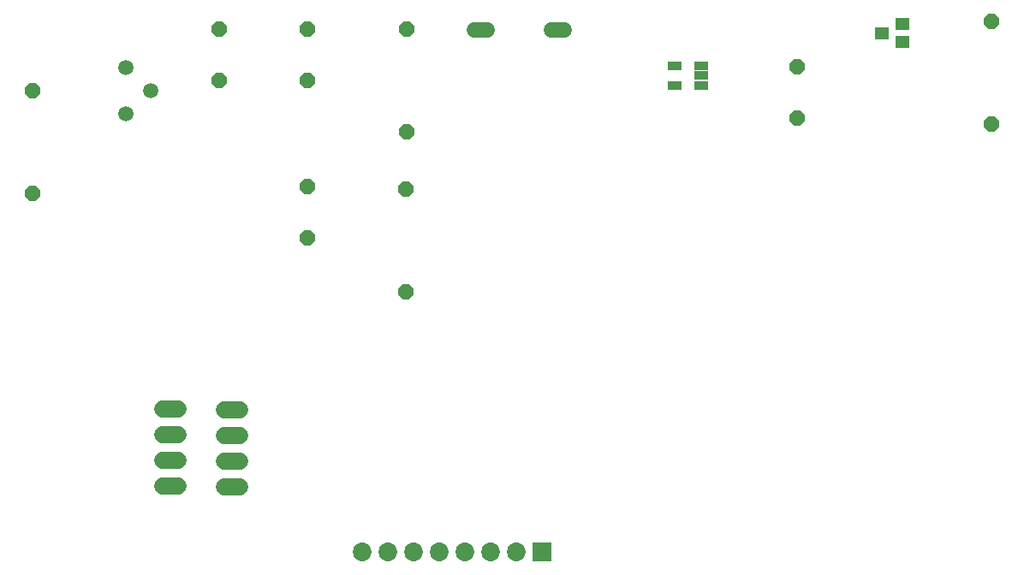
<source format=gbr>
G04 EAGLE Gerber RS-274X export*
G75*
%MOMM*%
%FSLAX34Y34*%
%LPD*%
%INSoldermask Bottom*%
%IPPOS*%
%AMOC8*
5,1,8,0,0,1.08239X$1,22.5*%
G01*
%ADD10R,1.854200X1.854200*%
%ADD11C,1.854200*%
%ADD12R,1.346200X1.219200*%
%ADD13R,1.403200X0.893200*%
%ADD14C,1.511200*%
%ADD15C,1.727200*%
%ADD16P,1.649562X8X112.500000*%
%ADD17P,1.649562X8X292.500000*%
%ADD18C,1.524000*%


D10*
X515900Y14100D03*
D11*
X490500Y14100D03*
X465100Y14100D03*
X439700Y14100D03*
X414300Y14100D03*
X388900Y14100D03*
X363500Y14100D03*
X338100Y14100D03*
D12*
X852040Y527400D03*
X872360Y518510D03*
X872360Y536290D03*
D13*
X672901Y494800D03*
X672901Y485300D03*
X672901Y475800D03*
X646899Y475800D03*
X646899Y494800D03*
D14*
X128580Y470600D03*
X104450Y493460D03*
X104450Y447740D03*
D15*
X140380Y155100D02*
X155620Y155100D01*
X155620Y129700D02*
X140380Y129700D01*
X140380Y104300D02*
X155620Y104300D01*
X155620Y78900D02*
X140380Y78900D01*
D16*
X960000Y437200D03*
X960000Y538800D03*
D15*
X216952Y78445D02*
X201712Y78445D01*
X201712Y103845D02*
X216952Y103845D01*
X216952Y129245D02*
X201712Y129245D01*
X201712Y154645D02*
X216952Y154645D01*
D17*
X768000Y494400D03*
X768000Y443600D03*
D18*
X537704Y531000D02*
X524496Y531000D01*
X461504Y531000D02*
X448296Y531000D01*
D16*
X382000Y430200D03*
X382000Y531800D03*
X381000Y271200D03*
X381000Y372800D03*
D17*
X284000Y531400D03*
X284000Y480600D03*
X284000Y375400D03*
X284000Y324600D03*
X196000Y531400D03*
X196000Y480600D03*
D16*
X12000Y369200D03*
X12000Y470800D03*
M02*

</source>
